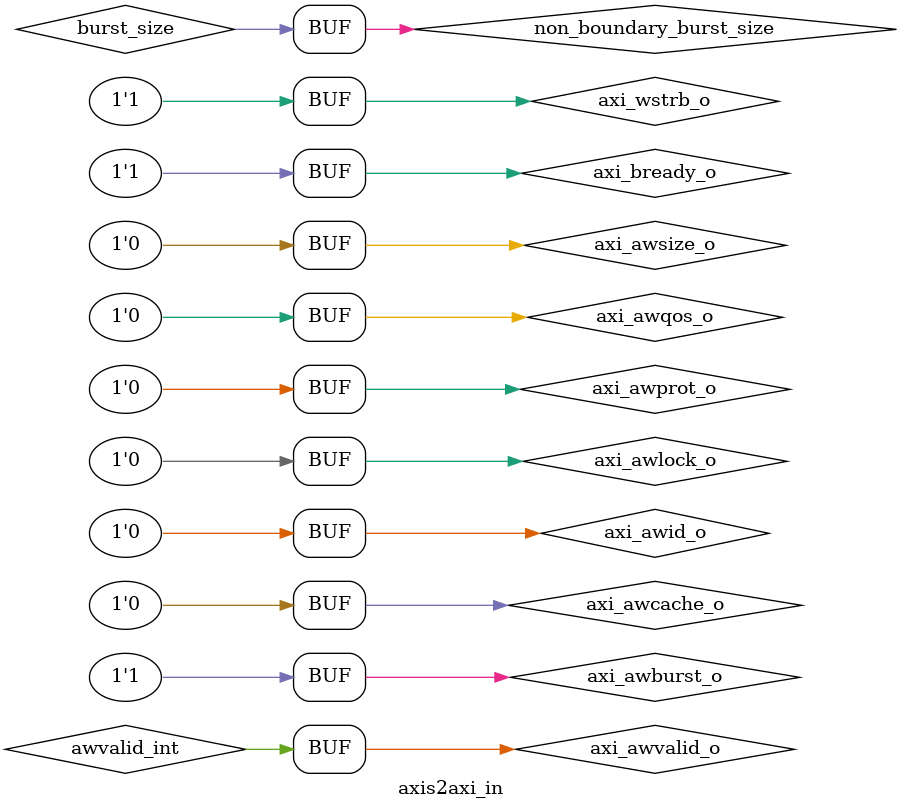
<source format=v>
`timescale 1ns / 1ps




module axis2axi_in #(
    parameter AXI_ADDR_W = 0,
    parameter AXI_DATA_W = 32,  // We currently only support 4 byte transfers
    parameter AXI_LEN_W  = 8,
    parameter AXI_ID_W   = 1,
    parameter BURST_W    = 0
) (
    `include "axis2axi_in_io.vs"
);

  localparam BURST_SIZE = 2 ** BURST_W;
  localparam BUFFER_W = BURST_W + 1;
  localparam BUFFER_SIZE = 2 ** BUFFER_W;

  localparam WAIT_DATA = 2'h0, START_TRANSFER = 2'h1, TRANSFER = 2'h2, WAIT_BRESP = 2'h3;

  // Constants
  assign axi_awid_o    = 0;
  assign axi_awsize_o  = 2;
  assign axi_awburst_o = 1;
  assign axi_awlock_o  = 0;
  assign axi_awcache_o = 2;
  assign axi_awprot_o  = 2;
  assign axi_awqos_o   = 0;
  assign axi_wstrb_o   = 4'b1111;
  assign axi_bready_o  = 1'b1;

  // State regs
  reg                   awvalid_int;
  reg                   wvalid_int;
  reg  [           1:0] state_nxt;
  reg  [AXI_ADDR_W-1:0] next_address;

  // Instantiation wires
  wire [           1:0] state;
  wire [BURST_SIZE-1:0] transfer_count;
  wire [AXI_ADDR_W-1:0] current_address;
  wire [AXI_DATA_W-1:0] fifo_data;
  wire fifo_empty, fifo_full;
  wire [BUFFER_W:0] fifo_level;
  wire [BURST_W:0] awlen_int;

  // Logical wires
  wire doing_transfer = (state != WAIT_DATA);
  wire normal_burst_possible = (fifo_level >= BURST_SIZE);
  wire last_burst_possible = (fifo_level > 0 && fifo_level < BURST_SIZE && !axis_in_valid_i);
  wire start_transfer = (normal_burst_possible || last_burst_possible) && !doing_transfer;
  wire transfer = axi_wready_i && axi_wvalid_o;
  wire read_next = (transfer && !axi_wlast_o);
  wire last_transfer = (transfer_count == axi_awlen_o);
  wire fifo_read_enable = (read_next || start_transfer)
       ;  // Start_transfer puts the first valid data on r_data and offsets fifo read by one cycle which lines up perfectly with the way the m_axi_wready signal works

  wire [BURST_W:0] burst_size;

  reg [BURST_W:0] non_boundary_burst_size;
  always @* begin
    non_boundary_burst_size = 0;

    if (last_burst_possible) begin
      non_boundary_burst_size = fifo_level;
    end
    if (normal_burst_possible) non_boundary_burst_size = BURST_SIZE;
  end

  generate
    if (AXI_ADDR_W >= 13) begin  // 4k boundary can only happen to LEN higher or equal to 13

      wire [12:0] boundary_transfer_len = (13'h1000 - current_address[11:0]) >> 2;

      reg [BURST_W:0] boundary_burst_size;
      always @* begin
        boundary_burst_size = non_boundary_burst_size;

        if (non_boundary_burst_size > boundary_transfer_len)
          boundary_burst_size = boundary_transfer_len;
      end

      assign burst_size = boundary_burst_size;

    end else begin
      assign burst_size = non_boundary_burst_size;
    end
  endgenerate

  wire [BURST_W:0] transfer_len = burst_size - 1;

  // Assignment to outputs
  assign axi_awvalid_o     = awvalid_int;
  assign axi_awaddr_o      = current_address;
  assign axi_awlen_o       = awlen_int;
  assign axi_wvalid_o      = wvalid_int;
  assign axi_wdata_o       = fifo_data;
  assign axi_wlast_o       = last_transfer;

  assign axis_in_ready_o   = !fifo_full;
  assign config_in_ready_o = (fifo_empty && state == WAIT_DATA);

  // Registers port logic
  reg transfer_count_reg_rst;
  reg transfer_count_reg_en;
  reg axi_length_reg_en;

  // State machine
  always @* begin
    state_nxt    = state;
    awvalid_int  = 1'b0;
    wvalid_int   = 1'b0;
    next_address = current_address;

    transfer_count_reg_rst = 1'b0;
    transfer_count_reg_en = 1'b0;
    axi_length_reg_en = 1'b0;

    if (config_in_valid_i) next_address = config_in_addr_i;

    case (state)
      WAIT_DATA: begin
        if (start_transfer) begin
          state_nxt = START_TRANSFER;
          axi_length_reg_en = 1'b1;
        end
        transfer_count_reg_rst = 1'b1;
      end
      START_TRANSFER: begin
        awvalid_int = 1'b1;
        if (axi_awready_i) state_nxt = TRANSFER;
      end
      TRANSFER: begin
        wvalid_int = 1'b1;  // Since we can only send a burst of less or equal to the FIFO level, we can set m_axi_wvalid to 1. We always have a value to send 
        if (transfer && axi_wlast_o) begin
          next_address = current_address + ((axi_awlen_o + 1) << 2);
          state_nxt    = WAIT_BRESP;
        end
        transfer_count_reg_en = transfer;
      end
      WAIT_BRESP:
      if (axi_bvalid_i) begin
        state_nxt = WAIT_DATA;
      end
    endcase
  end

  iob_counter #(BURST_SIZE, 0) transfer_count_reg (
      `include "clk_en_rst_s_s_portmap.vs"
      .rst_i (transfer_count_reg_rst),
      .en_i  (transfer_count_reg_en),
      .data_o(transfer_count)
  );
  iob_reg_re #(BURST_W + 1, 0) axi_length_reg (
      `include "clk_en_rst_s_s_portmap.vs"
      .rst_i (rst_i),
      .en_i  (axi_length_reg_en),
      .data_i(transfer_len),
      .data_o(awlen_int)
  );
  iob_reg_r #(AXI_ADDR_W, 0) address_reg (
      `include "clk_en_rst_s_s_portmap.vs"
      .rst_i (rst_i),
      .data_i(next_address),
      .data_o(current_address)
  );
  iob_reg_r #(2, 0) state_reg (
      `include "clk_en_rst_s_s_portmap.vs"
      .rst_i (rst_i),
      .data_i(state_nxt),
      .data_o(state)
  );

  iob_fifo_sync #(
      .W_DATA_W(AXI_DATA_W),
      .R_DATA_W(AXI_DATA_W),
      .ADDR_W  (BUFFER_W)
  ) fifo (
      //write port
      .ext_mem_w_en_o  (ext_mem_w_en_o),
      .ext_mem_w_data_o(ext_mem_w_data_o),
      .ext_mem_w_addr_o(ext_mem_w_addr_o),
      //read port
      .ext_mem_r_en_o  (ext_mem_r_en_o),
      .ext_mem_r_addr_o(ext_mem_r_addr_o),
      .ext_mem_r_data_i(ext_mem_r_data_i),

      //write port
      .w_en_i  (axis_in_valid_i),
      .w_data_i(axis_in_data_i),
      .w_full_o(fifo_full),

      //read port
      .r_en_i   (fifo_read_enable),
      .r_data_o (fifo_data),
      .r_empty_o(fifo_empty),

      //FIFO level
      .level_o(fifo_level),

      .clk_i (clk_i),
      .cke_i (cke_i),
      .rst_i (rst_i),
      .arst_i(arst_i)
  );

endmodule

</source>
